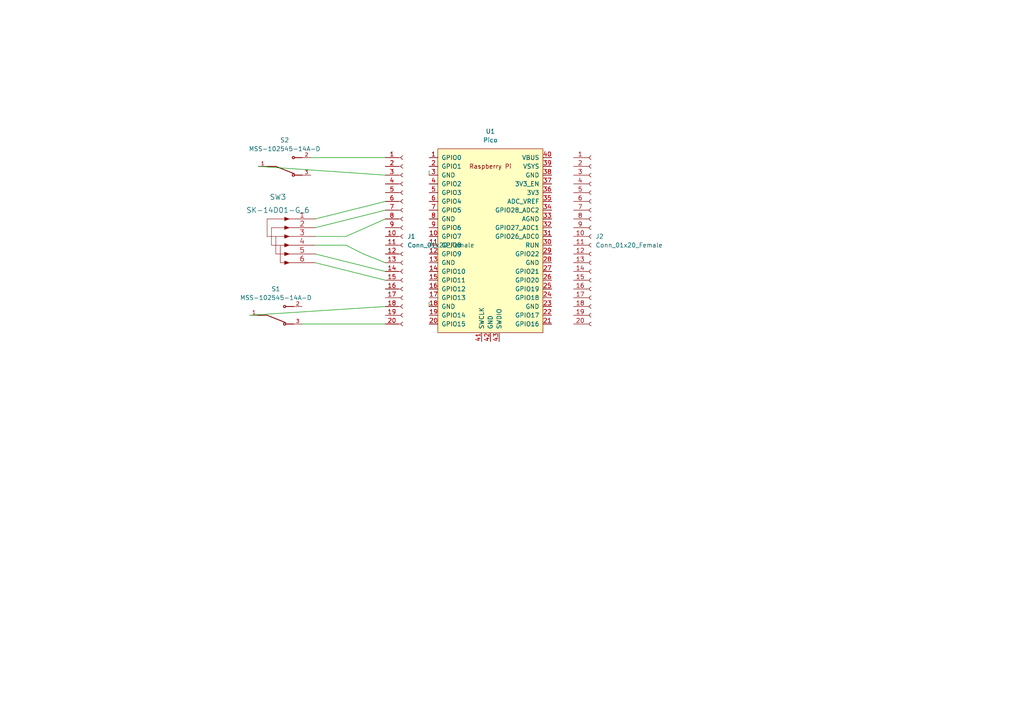
<source format=kicad_sch>
(kicad_sch (version 20211123) (generator eeschema)
  (paper "A4")
  (lib_symbols
    (symbol "2022-01-11_23-37-23:SK-14D01-G_6" (pin_names (offset 0) hide)
      (property "Reference" "SW" (at 6.35 20.32 0))
      (property "Value" "SK-14D01-G_6" (at 6.35 17.78 0))
      (symbol "SK-14D01-G_6_1_1"
        (polyline (pts (xy 0 13.97) (xy 0 8.89)) (stroke (width 0.127)))
        (polyline (pts (xy 0 13.97) (xy 5.08 13.97)) (stroke (width 0.127)))
        (polyline (pts (xy 2.54 12.7) (xy 2.54 8.89)) (stroke (width 0.127)))
        (polyline (pts (xy 2.54 12.7) (xy 7.62 12.7)) (stroke (width 0.127)))
        (polyline (pts (xy 5.08 11.43) (xy 10.16 11.43)) (stroke (width 0.127)))
        (polyline (pts (xy 5.08 13.97) (xy 5.08 8.89)) (stroke (width 0.127)))
        (polyline (pts (xy 7.62 12.7) (xy 7.62 8.89)) (stroke (width 0.127)))
        (polyline (pts (xy 10.16 11.43) (xy 10.16 8.89)) (stroke (width 0.127)))
        (polyline (pts (xy 12.7 10.16) (xy 7.62 10.16)) (stroke (width 0.127)))
        (polyline (pts (xy 12.7 10.16) (xy 12.7 8.89)) (stroke (width 0.127)))
        (polyline (pts (xy 0 7.62) (xy 0.508 8.89) (xy -0.508 8.89) (xy 0 7.62)) (fill (type outline)))
        (polyline (pts (xy 2.54 7.62) (xy 3.048 8.89) (xy 2.032 8.89) (xy 2.54 7.62)) (fill (type outline)))
        (polyline (pts (xy 5.08 7.62) (xy 5.588 8.89) (xy 4.572 8.89) (xy 5.08 7.62)) (fill (type outline)))
        (polyline (pts (xy 7.62 7.62) (xy 8.128 8.89) (xy 7.112 8.89) (xy 7.62 7.62)) (fill (type outline)))
        (polyline (pts (xy 10.16 7.62) (xy 10.668 8.89) (xy 9.652 8.89) (xy 10.16 7.62)) (fill (type outline)))
        (polyline (pts (xy 12.7 7.62) (xy 13.208 8.89) (xy 12.192 8.89) (xy 12.7 7.62)) (fill (type outline)))
        (pin unspecified line (at 0 0 90) (length 7.62) (name "1") (number "1"))
        (pin unspecified line (at 2.54 0 90) (length 7.62) (name "2") (number "2"))
        (pin unspecified line (at 5.08 0 90) (length 7.62) (name "3") (number "3"))
        (pin unspecified line (at 7.62 0 90) (length 7.62) (name "4") (number "4"))
        (pin unspecified line (at 10.16 0 90) (length 7.62) (name "5") (number "5"))
        (pin unspecified line (at 12.7 0 90) (length 7.62) (name "6") (number "6"))
      )
    )
    (symbol "Connector:Conn_01x20_Female" (pin_names (offset 1.016) hide)
      (property "Reference" "J" (at 0 25.4 0))
      (property "Value" "Conn_01x20_Female" (at 0 -27.94 0))
      (symbol "Conn_01x20_Female_1_1"
        (arc (start 0 -24.892) (mid -0.508 -25.4) (end 0 -25.908) (stroke (width 0.1524)))
        (arc (start 0 -22.352) (mid -0.508 -22.86) (end 0 -23.368) (stroke (width 0.1524)))
        (arc (start 0 -19.812) (mid -0.508 -20.32) (end 0 -20.828) (stroke (width 0.1524)))
        (arc (start 0 -17.272) (mid -0.508 -17.78) (end 0 -18.288) (stroke (width 0.1524)))
        (arc (start 0 -14.732) (mid -0.508 -15.24) (end 0 -15.748) (stroke (width 0.1524)))
        (arc (start 0 -12.192) (mid -0.508 -12.7) (end 0 -13.208) (stroke (width 0.1524)))
        (arc (start 0 -9.652) (mid -0.508 -10.16) (end 0 -10.668) (stroke (width 0.1524)))
        (arc (start 0 -7.112) (mid -0.508 -7.62) (end 0 -8.128) (stroke (width 0.1524)))
        (arc (start 0 -4.572) (mid -0.508 -5.08) (end 0 -5.588) (stroke (width 0.1524)))
        (arc (start 0 -2.032) (mid -0.508 -2.54) (end 0 -3.048) (stroke (width 0.1524)))
        (polyline (pts (xy -1.27 -25.4) (xy -0.508 -25.4)) (stroke (width 0.1524)))
        (polyline (pts (xy -1.27 -22.86) (xy -0.508 -22.86)) (stroke (width 0.1524)))
        (polyline (pts (xy -1.27 -20.32) (xy -0.508 -20.32)) (stroke (width 0.1524)))
        (polyline (pts (xy -1.27 -17.78) (xy -0.508 -17.78)) (stroke (width 0.1524)))
        (polyline (pts (xy -1.27 -15.24) (xy -0.508 -15.24)) (stroke (width 0.1524)))
        (polyline (pts (xy -1.27 -12.7) (xy -0.508 -12.7)) (stroke (width 0.1524)))
        (polyline (pts (xy -1.27 -10.16) (xy -0.508 -10.16)) (stroke (width 0.1524)))
        (polyline (pts (xy -1.27 -7.62) (xy -0.508 -7.62)) (stroke (width 0.1524)))
        (polyline (pts (xy -1.27 -5.08) (xy -0.508 -5.08)) (stroke (width 0.1524)))
        (polyline (pts (xy -1.27 -2.54) (xy -0.508 -2.54)) (stroke (width 0.1524)))
        (polyline (pts (xy -1.27 0) (xy -0.508 0)) (stroke (width 0.1524)))
        (polyline (pts (xy -1.27 2.54) (xy -0.508 2.54)) (stroke (width 0.1524)))
        (polyline (pts (xy -1.27 5.08) (xy -0.508 5.08)) (stroke (width 0.1524)))
        (polyline (pts (xy -1.27 7.62) (xy -0.508 7.62)) (stroke (width 0.1524)))
        (polyline (pts (xy -1.27 10.16) (xy -0.508 10.16)) (stroke (width 0.1524)))
        (polyline (pts (xy -1.27 12.7) (xy -0.508 12.7)) (stroke (width 0.1524)))
        (polyline (pts (xy -1.27 15.24) (xy -0.508 15.24)) (stroke (width 0.1524)))
        (polyline (pts (xy -1.27 17.78) (xy -0.508 17.78)) (stroke (width 0.1524)))
        (polyline (pts (xy -1.27 20.32) (xy -0.508 20.32)) (stroke (width 0.1524)))
        (polyline (pts (xy -1.27 22.86) (xy -0.508 22.86)) (stroke (width 0.1524)))
        (arc (start 0 0.508) (mid -0.508 0) (end 0 -0.508) (stroke (width 0.1524)))
        (arc (start 0 3.048) (mid -0.508 2.54) (end 0 2.032) (stroke (width 0.1524)))
        (arc (start 0 5.588) (mid -0.508 5.08) (end 0 4.572) (stroke (width 0.1524)))
        (arc (start 0 8.128) (mid -0.508 7.62) (end 0 7.112) (stroke (width 0.1524)))
        (arc (start 0 10.668) (mid -0.508 10.16) (end 0 9.652) (stroke (width 0.1524)))
        (arc (start 0 13.208) (mid -0.508 12.7) (end 0 12.192) (stroke (width 0.1524)))
        (arc (start 0 15.748) (mid -0.508 15.24) (end 0 14.732) (stroke (width 0.1524)))
        (arc (start 0 18.288) (mid -0.508 17.78) (end 0 17.272) (stroke (width 0.1524)))
        (arc (start 0 20.828) (mid -0.508 20.32) (end 0 19.812) (stroke (width 0.1524)))
        (arc (start 0 23.368) (mid -0.508 22.86) (end 0 22.352) (stroke (width 0.1524)))
        (pin passive line (at -5.08 22.86 0) (length 3.81) (name "Pin_1") (number "1"))
        (pin passive line (at -5.08 0 0) (length 3.81) (name "Pin_10") (number "10"))
        (pin passive line (at -5.08 -2.54 0) (length 3.81) (name "Pin_11") (number "11"))
        (pin passive line (at -5.08 -5.08 0) (length 3.81) (name "Pin_12") (number "12"))
        (pin passive line (at -5.08 -7.62 0) (length 3.81) (name "Pin_13") (number "13"))
        (pin passive line (at -5.08 -10.16 0) (length 3.81) (name "Pin_14") (number "14"))
        (pin passive line (at -5.08 -12.7 0) (length 3.81) (name "Pin_15") (number "15"))
        (pin passive line (at -5.08 -15.24 0) (length 3.81) (name "Pin_16") (number "16"))
        (pin passive line (at -5.08 -17.78 0) (length 3.81) (name "Pin_17") (number "17"))
        (pin passive line (at -5.08 -20.32 0) (length 3.81) (name "Pin_18") (number "18"))
        (pin passive line (at -5.08 -22.86 0) (length 3.81) (name "Pin_19") (number "19"))
        (pin passive line (at -5.08 20.32 0) (length 3.81) (name "Pin_2") (number "2"))
        (pin passive line (at -5.08 -25.4 0) (length 3.81) (name "Pin_20") (number "20"))
        (pin passive line (at -5.08 17.78 0) (length 3.81) (name "Pin_3") (number "3"))
        (pin passive line (at -5.08 15.24 0) (length 3.81) (name "Pin_4") (number "4"))
        (pin passive line (at -5.08 12.7 0) (length 3.81) (name "Pin_5") (number "5"))
        (pin passive line (at -5.08 10.16 0) (length 3.81) (name "Pin_6") (number "6"))
        (pin passive line (at -5.08 7.62 0) (length 3.81) (name "Pin_7") (number "7"))
        (pin passive line (at -5.08 5.08 0) (length 3.81) (name "Pin_8") (number "8"))
        (pin passive line (at -5.08 2.54 0) (length 3.81) (name "Pin_9") (number "9"))
      )
    )
    (symbol "MCU_RPi_Pico:Pico" (pin_names (offset 1.016))
      (property "Reference" "U" (at -13.97 27.94 0))
      (property "Value" "Pico" (at 0 19.05 0))
      (symbol "Pico_0_0"
        (text "Raspberry Pi" (at 0 21.59 0) (effects (font (size 1.27 1.27))))
      )
      (symbol "Pico_0_1"
        (rectangle (start -15.24 26.67) (end 15.24 -26.67) (fill (type background)))
      )
      (symbol "Pico_1_1"
        (pin bidirectional line (at -17.78 24.13 0) (length 2.54) (name "GPIO0") (number "1"))
        (pin bidirectional line (at -17.78 1.27 0) (length 2.54) (name "GPIO7") (number "10"))
        (pin bidirectional line (at -17.78 -1.27 0) (length 2.54) (name "GPIO8") (number "11"))
        (pin bidirectional line (at -17.78 -3.81 0) (length 2.54) (name "GPIO9") (number "12"))
        (pin power_in line (at -17.78 -6.35 0) (length 2.54) (name "GND") (number "13"))
        (pin bidirectional line (at -17.78 -8.89 0) (length 2.54) (name "GPIO10") (number "14"))
        (pin bidirectional line (at -17.78 -11.43 0) (length 2.54) (name "GPIO11") (number "15"))
        (pin bidirectional line (at -17.78 -13.97 0) (length 2.54) (name "GPIO12") (number "16"))
        (pin bidirectional line (at -17.78 -16.51 0) (length 2.54) (name "GPIO13") (number "17"))
        (pin power_in line (at -17.78 -19.05 0) (length 2.54) (name "GND") (number "18"))
        (pin bidirectional line (at -17.78 -21.59 0) (length 2.54) (name "GPIO14") (number "19"))
        (pin bidirectional line (at -17.78 21.59 0) (length 2.54) (name "GPIO1") (number "2"))
        (pin bidirectional line (at -17.78 -24.13 0) (length 2.54) (name "GPIO15") (number "20"))
        (pin bidirectional line (at 17.78 -24.13 180) (length 2.54) (name "GPIO16") (number "21"))
        (pin bidirectional line (at 17.78 -21.59 180) (length 2.54) (name "GPIO17") (number "22"))
        (pin power_in line (at 17.78 -19.05 180) (length 2.54) (name "GND") (number "23"))
        (pin bidirectional line (at 17.78 -16.51 180) (length 2.54) (name "GPIO18") (number "24"))
        (pin bidirectional line (at 17.78 -13.97 180) (length 2.54) (name "GPIO19") (number "25"))
        (pin bidirectional line (at 17.78 -11.43 180) (length 2.54) (name "GPIO20") (number "26"))
        (pin bidirectional line (at 17.78 -8.89 180) (length 2.54) (name "GPIO21") (number "27"))
        (pin power_in line (at 17.78 -6.35 180) (length 2.54) (name "GND") (number "28"))
        (pin bidirectional line (at 17.78 -3.81 180) (length 2.54) (name "GPIO22") (number "29"))
        (pin power_in line (at -17.78 19.05 0) (length 2.54) (name "GND") (number "3"))
        (pin input line (at 17.78 -1.27 180) (length 2.54) (name "RUN") (number "30"))
        (pin bidirectional line (at 17.78 1.27 180) (length 2.54) (name "GPIO26_ADC0") (number "31"))
        (pin bidirectional line (at 17.78 3.81 180) (length 2.54) (name "GPIO27_ADC1") (number "32"))
        (pin power_in line (at 17.78 6.35 180) (length 2.54) (name "AGND") (number "33"))
        (pin bidirectional line (at 17.78 8.89 180) (length 2.54) (name "GPIO28_ADC2") (number "34"))
        (pin unspecified line (at 17.78 11.43 180) (length 2.54) (name "ADC_VREF") (number "35"))
        (pin unspecified line (at 17.78 13.97 180) (length 2.54) (name "3V3") (number "36"))
        (pin input line (at 17.78 16.51 180) (length 2.54) (name "3V3_EN") (number "37"))
        (pin bidirectional line (at 17.78 19.05 180) (length 2.54) (name "GND") (number "38"))
        (pin unspecified line (at 17.78 21.59 180) (length 2.54) (name "VSYS") (number "39"))
        (pin bidirectional line (at -17.78 16.51 0) (length 2.54) (name "GPIO2") (number "4"))
        (pin unspecified line (at 17.78 24.13 180) (length 2.54) (name "VBUS") (number "40"))
        (pin input line (at -2.54 -29.21 90) (length 2.54) (name "SWCLK") (number "41"))
        (pin power_in line (at 0 -29.21 90) (length 2.54) (name "GND") (number "42"))
        (pin bidirectional line (at 2.54 -29.21 90) (length 2.54) (name "SWDIO") (number "43"))
        (pin bidirectional line (at -17.78 13.97 0) (length 2.54) (name "GPIO3") (number "5"))
        (pin bidirectional line (at -17.78 11.43 0) (length 2.54) (name "GPIO4") (number "6"))
        (pin bidirectional line (at -17.78 8.89 0) (length 2.54) (name "GPIO5") (number "7"))
        (pin power_in line (at -17.78 6.35 0) (length 2.54) (name "GND") (number "8"))
        (pin bidirectional line (at -17.78 3.81 0) (length 2.54) (name "GPIO6") (number "9"))
      )
    )
    (symbol "MSS-102545-14A-D:MSS-102545-14A-D" (pin_names (offset 1.016) hide)
      (property "Reference" "S" (at -2.54 5.08 0))
      (property "Value" "MSS-102545-14A-D" (at -2.54 -5.08 0))
      (symbol "MSS-102545-14A-D_0_0"
        (polyline (pts (xy -2.54 0) (xy -5.08 0)) (stroke (width 0.254)))
        (polyline (pts (xy -2.54 0) (xy 2.794 -2.1336)) (stroke (width 0.254)))
        (polyline (pts (xy 5.08 -2.54) (xy 2.921 -2.54)) (stroke (width 0.254)))
        (polyline (pts (xy 5.08 2.54) (xy 2.921 2.54)) (stroke (width 0.254)))
        (circle (center 2.54 -2.54) (radius 0.3302) (stroke (width 0.254)))
        (circle (center 2.54 2.54) (radius 0.3302) (stroke (width 0.254)))
        (pin passive line (at -7.62 0 0) (length 2.54) (name "~") (number "1"))
        (pin passive line (at 7.62 2.54 180) (length 2.54) (name "~") (number "2"))
        (pin passive line (at 7.62 -2.54 180) (length 2.54) (name "~") (number "3"))
      )
    )
  )
  (wire (pts (xy 91.44 76.2) (xy 111.76 81.28)))
  (wire (pts (xy 91.44 73.66) (xy 111.76 78.74)))
  (wire (pts (xy 91.44 68.58) (xy 100.33 68.58)))
  (wire (pts (xy 100.33 68.58) (xy 111.76 63.5)))
  (wire (pts (xy 74.93 48.26) (xy 111.76 50.8)))
  (wire (pts (xy 105.41 73.66) (xy 111.76 76.2)))
  (wire (pts (xy 124.46 87.63) (xy 124.46 88.9)))
  (wire (pts (xy 111.76 93.98) (xy 87.63 93.98)))
  (wire (pts (xy 91.44 66.04) (xy 111.76 60.96)))
  (wire (pts (xy 90.17 45.72) (xy 111.76 45.72)))
  (wire (pts (xy 124.46 49.53) (xy 124.46 50.8)))
  (wire (pts (xy 91.44 63.5) (xy 111.76 58.42)))
  (wire (pts (xy 111.76 88.9) (xy 72.39 91.44)))
  (wire (pts (xy 100.33 71.12) (xy 105.41 73.66)))
  (wire (pts (xy 91.44 71.12) (xy 100.33 71.12)))
  (symbol (lib_id "MSS-102545-14A-D:MSS-102545-14A-D") (at 82.55 48.26 0) (unit 1)
    (property "Reference" "S2" (at 82.55 40.64 0))
    (property "Value" "MSS-102545-14A-D" (at 82.55 43.18 0))
    (property "Footprint" "MSS-102545-14A-D:SW_MSS-102545-14A-D" (effects hide))
    (property "STANDARD" "Manufacturer Recommendations" (effects hide))
    (property "PARTREV" "1.0" (effects hide))
    (property "MANUFACTURER" "CUI Devices" (effects hide))
    (property "MAXIMUM_PACKAGE_HEIGHT" "6.5 mm" (effects hide))
  )
  (symbol (lib_id "MCU_RPi_Pico:Pico") (at 142.24 69.85 0) (unit 1)
    (property "Reference" "U1" (at 142.24 38.1 0))
    (property "Value" "Pico" (at 142.24 40.64 0))
    (property "Footprint" "RPi_Pico:RPi_Pico_SMD_TH" (effects hide))
  )
  (symbol (lib_id "Connector:Conn_01x20_Female") (at 116.84 68.58 0) (unit 1)
    (property "Reference" "J1" (at 118.11 68.5799 0) (effects (justify left)))
    (property "Value" "Conn_01x20_Female" (at 118.11 71.1199 0) (effects (justify left)))
    (property "Footprint" "Connector_PinSocket_2.54mm:PinSocket_1x20_P2.54mm_Vertical" (effects hide))
  )
  (symbol (lib_id "Connector:Conn_01x20_Female") (at 171.45 68.58 0) (unit 1)
    (property "Reference" "J2" (at 172.72 68.5799 0) (effects (justify left)))
    (property "Value" "Conn_01x20_Female" (at 172.72 71.1199 0) (effects (justify left)))
    (property "Footprint" "Connector_PinSocket_2.54mm:PinSocket_1x20_P2.54mm_Vertical" (effects hide))
  )
  (symbol (lib_id "MSS-102545-14A-D:MSS-102545-14A-D") (at 80.01 91.44 0) (unit 1)
    (property "Reference" "S1" (at 80.01 83.82 0))
    (property "Value" "MSS-102545-14A-D" (at 80.01 86.36 0))
    (property "Footprint" "MSS-102545-14A-D:SW_MSS-102545-14A-D" (effects hide))
    (property "STANDARD" "Manufacturer Recommendations" (effects hide))
    (property "PARTREV" "1.0" (effects hide))
    (property "MANUFACTURER" "CUI Devices" (effects hide))
    (property "MAXIMUM_PACKAGE_HEIGHT" "6.5 mm" (effects hide))
  )
  (symbol (lib_id "2022-01-11_23-37-23:SK-14D01-G_6") (at 91.44 63.5 90) (mirror x) (unit 1)
    (property "Reference" "SW3" (at 80.6132 57.15 90) (effects (font (size 1.524 1.524))))
    (property "Value" "SK-14D01-G_6" (at 80.6132 60.96 90) (effects (font (size 1.524 1.524))))
    (property "Footprint" "SK-14D01-G6:SK-14D01-G 6" (effects hide))
  )
)
</source>
